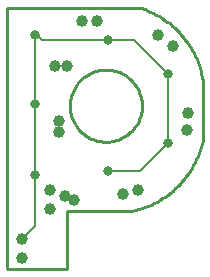
<source format=gbl>
G75*
%MOIN*%
%OFA0B0*%
%FSLAX24Y24*%
%IPPOS*%
%LPD*%
%AMOC8*
5,1,8,0,0,1.08239X$1,22.5*
%
%ADD10C,0.0100*%
%ADD11C,0.0397*%
%ADD12C,0.0317*%
%ADD13C,0.0060*%
D10*
X002392Y002454D02*
X002392Y011142D01*
X006892Y011142D01*
X008954Y008517D02*
X008954Y006829D01*
X006579Y004392D02*
X004392Y004392D01*
X004392Y002454D01*
X002392Y002454D01*
X006580Y004392D02*
X006686Y004416D01*
X006792Y004445D01*
X006896Y004477D01*
X006999Y004513D01*
X007101Y004553D01*
X007202Y004596D01*
X007301Y004643D01*
X007398Y004693D01*
X007493Y004747D01*
X007586Y004804D01*
X007677Y004864D01*
X007766Y004928D01*
X007853Y004994D01*
X007937Y005064D01*
X008019Y005137D01*
X008098Y005212D01*
X008174Y005290D01*
X008248Y005371D01*
X008318Y005455D01*
X008386Y005541D01*
X008450Y005629D01*
X008511Y005720D01*
X008569Y005813D01*
X008624Y005907D01*
X008675Y006004D01*
X008723Y006102D01*
X008767Y006202D01*
X008808Y006304D01*
X008844Y006407D01*
X008878Y006511D01*
X008907Y006616D01*
X008933Y006722D01*
X008955Y006829D01*
X008954Y008516D02*
X008944Y008623D01*
X008930Y008729D01*
X008912Y008835D01*
X008890Y008940D01*
X008865Y009044D01*
X008836Y009148D01*
X008803Y009250D01*
X008767Y009351D01*
X008727Y009450D01*
X008684Y009548D01*
X008637Y009645D01*
X008587Y009739D01*
X008533Y009832D01*
X008476Y009923D01*
X008416Y010012D01*
X008353Y010099D01*
X008287Y010183D01*
X008217Y010265D01*
X008145Y010344D01*
X008070Y010421D01*
X007993Y010495D01*
X007913Y010566D01*
X007830Y010635D01*
X007745Y010700D01*
X007658Y010762D01*
X007568Y010821D01*
X007477Y010877D01*
X007383Y010930D01*
X007288Y010979D01*
X007191Y011025D01*
X007093Y011067D01*
X006993Y011106D01*
X006891Y011141D01*
X004504Y007892D02*
X004506Y007961D01*
X004512Y008030D01*
X004522Y008098D01*
X004536Y008166D01*
X004553Y008233D01*
X004575Y008299D01*
X004600Y008363D01*
X004629Y008426D01*
X004662Y008487D01*
X004698Y008546D01*
X004737Y008603D01*
X004780Y008657D01*
X004825Y008709D01*
X004874Y008759D01*
X004925Y008805D01*
X004979Y008848D01*
X005036Y008889D01*
X005094Y008925D01*
X005155Y008959D01*
X005217Y008989D01*
X005281Y009015D01*
X005346Y009037D01*
X005413Y009056D01*
X005481Y009071D01*
X005549Y009082D01*
X005618Y009089D01*
X005687Y009092D01*
X005756Y009091D01*
X005825Y009086D01*
X005893Y009077D01*
X005961Y009064D01*
X006028Y009047D01*
X006095Y009027D01*
X006159Y009002D01*
X006222Y008974D01*
X006284Y008943D01*
X006343Y008907D01*
X006401Y008869D01*
X006456Y008827D01*
X006509Y008782D01*
X006559Y008734D01*
X006606Y008684D01*
X006650Y008630D01*
X006691Y008575D01*
X006729Y008517D01*
X006763Y008457D01*
X006794Y008395D01*
X006821Y008331D01*
X006844Y008266D01*
X006864Y008200D01*
X006880Y008132D01*
X006892Y008064D01*
X006900Y007996D01*
X006904Y007927D01*
X006904Y007857D01*
X006900Y007788D01*
X006892Y007720D01*
X006880Y007652D01*
X006864Y007584D01*
X006844Y007518D01*
X006821Y007453D01*
X006794Y007389D01*
X006763Y007327D01*
X006729Y007267D01*
X006691Y007209D01*
X006650Y007154D01*
X006606Y007100D01*
X006559Y007050D01*
X006509Y007002D01*
X006456Y006957D01*
X006401Y006915D01*
X006343Y006877D01*
X006284Y006841D01*
X006222Y006810D01*
X006159Y006782D01*
X006095Y006757D01*
X006028Y006737D01*
X005961Y006720D01*
X005893Y006707D01*
X005825Y006698D01*
X005756Y006693D01*
X005687Y006692D01*
X005618Y006695D01*
X005549Y006702D01*
X005481Y006713D01*
X005413Y006728D01*
X005346Y006747D01*
X005281Y006769D01*
X005217Y006795D01*
X005155Y006825D01*
X005094Y006859D01*
X005036Y006895D01*
X004979Y006936D01*
X004925Y006979D01*
X004874Y007025D01*
X004825Y007075D01*
X004780Y007127D01*
X004737Y007181D01*
X004698Y007238D01*
X004662Y007297D01*
X004629Y007358D01*
X004600Y007421D01*
X004575Y007485D01*
X004553Y007551D01*
X004536Y007618D01*
X004522Y007686D01*
X004512Y007754D01*
X004506Y007823D01*
X004504Y007892D01*
D11*
X004142Y007392D03*
X004142Y007017D03*
X003829Y005079D03*
X004329Y004892D03*
X004642Y004767D03*
X003829Y004454D03*
X002892Y003454D03*
X002892Y002829D03*
X006267Y004954D03*
X006767Y005079D03*
X008392Y007079D03*
X008454Y007642D03*
X007954Y009892D03*
X007454Y010267D03*
X005392Y010704D03*
X004892Y010704D03*
X004392Y009204D03*
X004017Y009204D03*
D12*
X003329Y010267D03*
X003329Y007954D03*
X003329Y005579D03*
X005767Y005704D03*
X007767Y006642D03*
X007767Y008954D03*
X005767Y010079D03*
D13*
X006642Y010079D01*
X007767Y008954D01*
X007767Y006642D01*
X006829Y005704D01*
X005767Y005704D01*
X007704Y006704D02*
X007767Y006642D01*
X005767Y010079D02*
X003579Y010079D01*
X003392Y010267D01*
X003329Y010267D01*
X003329Y007954D01*
X003329Y005579D01*
X003329Y003892D01*
X002892Y003454D01*
M02*

</source>
